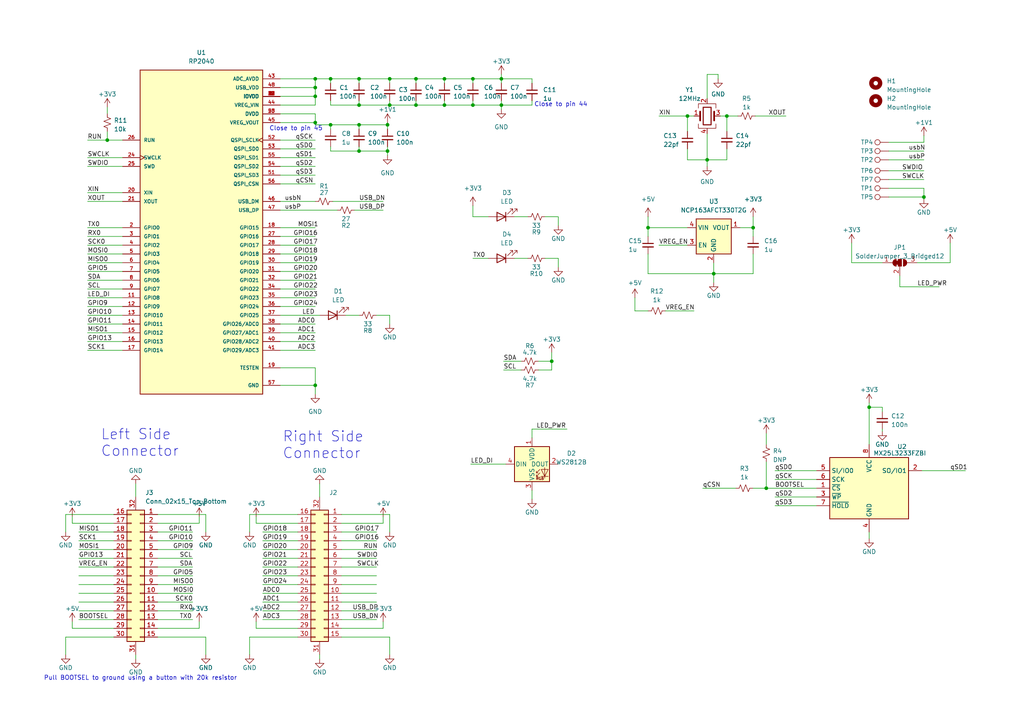
<source format=kicad_sch>
(kicad_sch (version 20231120) (generator "eeschema") (generator_version "8.0")
  (paper "A4")
  (lib_symbols
    (symbol "Connector:TestPoint" (pin_numbers hide) (pin_names (offset 0.762) hide)
      (property "Reference" "TP" (at 0 6.858 0))
      (property "Value" "TestPoint" (at 0 5.08 0))
      (symbol "TestPoint_1_1"
        (pin passive line (at 0 0 90) (length 2.54) (name "1") (number "1"))
      )
    )
    (symbol "Customs_Connectors:Conn_02x15_Top_Bottom" (pin_names (offset 1.016) hide)
      (property "Reference" "J" (at 2.54 20.32 0))
      (property "Value" "Conn_02x15_Top_Bottom" (at 1.27 -20.32 0))
      (symbol "Conn_02x15_Top_Bottom_1_1"
        (pin passive line (at 7.62 17.78 180) (length 3.81) (name "Pin_1") (number "1"))
        (pin passive line (at 7.62 -5.08 180) (length 3.81) (name "Pin_10") (number "10"))
        (pin passive line (at 7.62 -7.62 180) (length 3.81) (name "Pin_11") (number "11"))
        (pin passive line (at 7.62 -10.16 180) (length 3.81) (name "Pin_12") (number "12"))
        (pin passive line (at 7.62 -12.7 180) (length 3.81) (name "Pin_13") (number "13"))
        (pin passive line (at 7.62 -15.24 180) (length 3.81) (name "Pin_14") (number "14"))
        (pin passive line (at 7.62 -17.78 180) (length 3.81) (name "Pin_15") (number "15"))
        (pin passive line (at -5.08 17.78 0) (length 3.81) (name "Pin_16") (number "16"))
        (pin passive line (at -5.08 15.24 0) (length 3.81) (name "Pin_17") (number "17"))
        (pin passive line (at -5.08 12.7 0) (length 3.81) (name "Pin_18") (number "18"))
        (pin passive line (at -5.08 10.16 0) (length 3.81) (name "Pin_19") (number "19"))
        (pin passive line (at 7.62 15.24 180) (length 3.81) (name "Pin_2") (number "2"))
        (pin passive line (at -5.08 7.62 0) (length 3.81) (name "Pin_20") (number "20"))
        (pin passive line (at -5.08 5.08 0) (length 3.81) (name "Pin_21") (number "21"))
        (pin passive line (at -5.08 2.54 0) (length 3.81) (name "Pin_22") (number "22"))
        (pin passive line (at -5.08 0 0) (length 3.81) (name "Pin_23") (number "23"))
        (pin passive line (at -5.08 -2.54 0) (length 3.81) (name "Pin_24") (number "24"))
        (pin passive line (at -5.08 -5.08 0) (length 3.81) (name "Pin_25") (number "25"))
        (pin passive line (at -5.08 -7.62 0) (length 3.81) (name "Pin_26") (number "26"))
        (pin passive line (at -5.08 -10.16 0) (length 3.81) (name "Pin_27") (number "27"))
        (pin passive line (at -5.08 -12.7 0) (length 3.81) (name "Pin_28") (number "28"))
        (pin passive line (at -5.08 -15.24 0) (length 3.81) (name "Pin_29") (number "29"))
        (pin passive line (at 7.62 12.7 180) (length 3.81) (name "Pin_3") (number "3"))
        (pin passive line (at -5.08 -17.78 0) (length 3.81) (name "Pin_30") (number "30"))
        (pin passive line (at 1.27 -22.86 90) (length 3.81) (name "Pin_30") (number "31"))
        (pin passive line (at 1.27 22.86 270) (length 3.81) (name "Pin_30") (number "32"))
        (pin passive line (at 7.62 10.16 180) (length 3.81) (name "Pin_4") (number "4"))
        (pin passive line (at 7.62 7.62 180) (length 3.81) (name "Pin_5") (number "5"))
        (pin passive line (at 7.62 5.08 180) (length 3.81) (name "Pin_6") (number "6"))
        (pin passive line (at 7.62 2.54 180) (length 3.81) (name "Pin_7") (number "7"))
        (pin passive line (at 7.62 0 180) (length 3.81) (name "Pin_8") (number "8"))
        (pin passive line (at 7.62 -2.54 180) (length 3.81) (name "Pin_9") (number "9"))
      )
    )
    (symbol "Device:C_Small" (pin_numbers hide) (pin_names (offset 0.254) hide)
      (property "Reference" "C" (at 0.254 1.778 0))
      (property "Value" "C_Small" (at 0.254 -2.032 0))
      (symbol "C_Small_1_1"
        (pin passive line (at 0 2.54 270) (length 2.032) (name "~") (number "1"))
        (pin passive line (at 0 -2.54 90) (length 2.032) (name "~") (number "2"))
      )
    )
    (symbol "Device:Crystal_GND24" (pin_names (offset 1.016) hide)
      (property "Reference" "Y" (at 3.175 5.08 0))
      (property "Value" "Crystal_GND24" (at 3.175 3.175 0))
      (symbol "Crystal_GND24_1_1"
        (pin passive line (at -3.81 0 0) (length 1.27) (name "1") (number "1"))
        (pin passive line (at 0 5.08 270) (length 1.27) (name "2") (number "2"))
        (pin passive line (at 3.81 0 180) (length 1.27) (name "3") (number "3"))
        (pin passive line (at 0 -5.08 90) (length 1.27) (name "4") (number "4"))
      )
    )
    (symbol "Device:LED" (pin_numbers hide) (pin_names (offset 1.016) hide)
      (property "Reference" "D" (at 0 2.54 0))
      (property "Value" "LED" (at 0 -2.54 0))
      (symbol "LED_1_1"
        (pin passive line (at -3.81 0 0) (length 2.54) (name "K") (number "1"))
        (pin passive line (at 3.81 0 180) (length 2.54) (name "A") (number "2"))
      )
    )
    (symbol "Device:R_Small_US" (pin_numbers hide) (pin_names (offset 0.254) hide)
      (property "Reference" "R" (at 0.762 0.508 0))
      (property "Value" "R_Small_US" (at 0.762 -1.016 0))
      (symbol "R_Small_US_1_1"
        (pin passive line (at 0 2.54 270) (length 1.016) (name "~") (number "1"))
        (pin passive line (at 0 -2.54 90) (length 1.016) (name "~") (number "2"))
      )
    )
    (symbol "Jumper:SolderJumper_3_Bridged12" (pin_names (offset 0) hide)
      (property "Reference" "JP" (at -2.54 -2.54 0))
      (property "Value" "SolderJumper_3_Bridged12" (at 0 2.794 0))
      (symbol "SolderJumper_3_Bridged12_1_1"
        (pin passive line (at -5.08 0 0) (length 2.54) (name "A") (number "1"))
        (pin passive line (at 0 -3.81 90) (length 2.54) (name "C") (number "2"))
        (pin passive line (at 5.08 0 180) (length 2.54) (name "B") (number "3"))
      )
    )
    (symbol "LED:WS2812B" (pin_names (offset 0.254))
      (property "Reference" "D" (at 5.08 5.715 0))
      (property "Value" "WS2812B" (at 1.27 -5.715 0))
      (symbol "WS2812B_0_0"
        (text "RGB" (at 2.286 -4.191 0) (effects (font (size 0.762 0.762))))
      )
      (symbol "WS2812B_1_1"
        (pin power_in line (at 0 7.62 270) (length 2.54) (name "VDD") (number "1"))
        (pin output line (at 7.62 0 180) (length 2.54) (name "DOUT") (number "2"))
        (pin power_in line (at 0 -7.62 90) (length 2.54) (name "VSS") (number "3"))
        (pin input line (at -7.62 0 0) (length 2.54) (name "DIN") (number "4"))
      )
    )
    (symbol "Mechanical:MountingHole" (pin_names (offset 1.016))
      (property "Reference" "H" (at 0 5.08 0))
      (property "Value" "MountingHole" (at 0 3.175 0))
    )
    (symbol "Memory_Flash:AT25DF041x-UxN-x"
      (property "Reference" "U2" (at 9.525 12.065 0))
      (property "Value" "MX25L3233FZBI" (at 8.89 10.16 0))
      (symbol "AT25DF041x-UxN-x_1_1"
        (pin input line (at -15.24 0 0) (length 3.81) (name "~{CS}") (number "1"))
        (pin bidirectional line (at 15.24 5.08 180) (length 3.81) (name "SO/IO1") (number "2"))
        (pin bidirectional line (at -15.24 -2.54 0) (length 3.81) (name "~{WP}") (number "3"))
        (pin power_in line (at 0 -12.7 90) (length 3.81) (name "GND") (number "4"))
        (pin bidirectional line (at -15.24 5.08 0) (length 3.81) (name "SI/IO0") (number "5"))
        (pin input line (at -15.24 2.54 0) (length 3.81) (name "SCK") (number "6"))
        (pin bidirectional line (at -15.24 -5.08 0) (length 3.81) (name "~{HOLD}") (number "7"))
        (pin power_in line (at 0 12.7 270) (length 3.81) (name "VCC") (number "8"))
      )
    )
    (symbol "RP2040:RP2040" (pin_names (offset 1.016))
      (property "Reference" "U1" (at 0 53.34 0))
      (property "Value" "RP2040" (at 0 50.8 0))
      (symbol "RP2040_0_0"
        (pin power_in line (at 22.86 40.64 180) (length 5.08) (name "IOVDD") (number "1"))
        (pin power_in line (at 22.86 40.64 180) (length 5.08) (name "IOVDD") (number "10"))
        (pin bidirectional line (at -22.86 -17.78 0) (length 5.08) (name "GPIO8") (number "11"))
        (pin bidirectional line (at -22.86 -20.32 0) (length 5.08) (name "GPIO9") (number "12"))
        (pin bidirectional line (at -22.86 -22.86 0) (length 5.08) (name "GPIO10") (number "13"))
        (pin bidirectional line (at -22.86 -25.4 0) (length 5.08) (name "GPIO11") (number "14"))
        (pin bidirectional line (at -22.86 -27.94 0) (length 5.08) (name "GPIO12") (number "15"))
        (pin bidirectional line (at -22.86 -30.48 0) (length 5.08) (name "GPIO13") (number "16"))
        (pin bidirectional line (at -22.86 -33.02 0) (length 5.08) (name "GPIO14") (number "17"))
        (pin bidirectional line (at 22.86 2.54 180) (length 5.08) (name "GPIO15") (number "18"))
        (pin passive line (at 22.86 -38.1 180) (length 5.08) (name "TESTEN") (number "19"))
        (pin bidirectional line (at -22.86 2.54 0) (length 5.08) (name "GPIO0") (number "2"))
        (pin input line (at -22.86 12.7 0) (length 5.08) (name "XIN") (number "20"))
        (pin output line (at -22.86 10.16 0) (length 5.08) (name "XOUT") (number "21"))
        (pin power_in line (at 22.86 40.64 180) (length 5.08) (name "IOVDD") (number "22"))
        (pin power_in line (at 22.86 35.56 180) (length 5.08) (name "DVDD") (number "23"))
        (pin input clock (at -22.86 22.86 0) (length 5.08) (name "SWCLK") (number "24"))
        (pin bidirectional line (at -22.86 20.32 0) (length 5.08) (name "SWD") (number "25"))
        (pin input line (at -22.86 27.94 0) (length 5.08) (name "RUN") (number "26"))
        (pin bidirectional line (at 22.86 0 180) (length 5.08) (name "GPIO16") (number "27"))
        (pin bidirectional line (at 22.86 -2.54 180) (length 5.08) (name "GPIO17") (number "28"))
        (pin bidirectional line (at 22.86 -5.08 180) (length 5.08) (name "GPIO18") (number "29"))
        (pin bidirectional line (at -22.86 0 0) (length 5.08) (name "GPIO1") (number "3"))
        (pin bidirectional line (at 22.86 -7.62 180) (length 5.08) (name "GPIO19") (number "30"))
        (pin bidirectional line (at 22.86 -10.16 180) (length 5.08) (name "GPIO20") (number "31"))
        (pin bidirectional line (at 22.86 -12.7 180) (length 5.08) (name "GPIO21") (number "32"))
        (pin power_in line (at 22.86 40.64 180) (length 5.08) (name "IOVDD") (number "33"))
        (pin bidirectional line (at 22.86 -15.24 180) (length 5.08) (name "GPIO22") (number "34"))
        (pin bidirectional line (at 22.86 -17.78 180) (length 5.08) (name "GPIO23") (number "35"))
        (pin bidirectional line (at 22.86 -20.32 180) (length 5.08) (name "GPIO24") (number "36"))
        (pin bidirectional line (at 22.86 -22.86 180) (length 5.08) (name "GPIO25") (number "37"))
        (pin bidirectional line (at 22.86 -25.4 180) (length 5.08) (name "GPIO26/ADC0") (number "38"))
        (pin bidirectional line (at 22.86 -27.94 180) (length 5.08) (name "GPIO27/ADC1") (number "39"))
        (pin bidirectional line (at -22.86 -2.54 0) (length 5.08) (name "GPIO2") (number "4"))
        (pin bidirectional line (at 22.86 -30.48 180) (length 5.08) (name "GPIO28/ADC2") (number "40"))
        (pin bidirectional line (at 22.86 -33.02 180) (length 5.08) (name "GPIO29/ADC3") (number "41"))
        (pin power_in line (at 22.86 40.64 180) (length 5.08) (name "IOVDD") (number "42"))
        (pin power_in line (at 22.86 45.72 180) (length 5.08) (name "ADC_AVDD") (number "43"))
        (pin input line (at 22.86 38.1 180) (length 5.08) (name "VREG_VIN") (number "44"))
        (pin output line (at 22.86 33.02 180) (length 5.08) (name "VREG_VOUT") (number "45"))
        (pin bidirectional line (at 22.86 10.16 180) (length 5.08) (name "USB_DM") (number "46"))
        (pin bidirectional line (at 22.86 7.62 180) (length 5.08) (name "USB_DP") (number "47"))
        (pin power_in line (at 22.86 43.18 180) (length 5.08) (name "USB_VDD") (number "48"))
        (pin power_in line (at 22.86 40.64 180) (length 5.08) (name "IOVDD") (number "49"))
        (pin bidirectional line (at -22.86 -5.08 0) (length 5.08) (name "GPIO3") (number "5"))
        (pin power_in line (at 22.86 35.56 180) (length 5.08) (name "DVDD") (number "50"))
        (pin bidirectional line (at 22.86 17.78 180) (length 5.08) (name "QSPI_SD3") (number "51"))
        (pin bidirectional clock (at 22.86 27.94 180) (length 5.08) (name "QSPI_SCLK") (number "52"))
        (pin bidirectional line (at 22.86 25.4 180) (length 5.08) (name "QSPI_SD0") (number "53"))
        (pin bidirectional line (at 22.86 20.32 180) (length 5.08) (name "QSPI_SD2") (number "54"))
        (pin bidirectional line (at 22.86 22.86 180) (length 5.08) (name "QSPI_SD1") (number "55"))
        (pin bidirectional line (at 22.86 15.24 180) (length 5.08) (name "QSPI_CSN") (number "56"))
        (pin power_in line (at 22.86 -43.18 180) (length 5.08) (name "GND") (number "57"))
        (pin bidirectional line (at -22.86 -7.62 0) (length 5.08) (name "GPIO4") (number "6"))
        (pin bidirectional line (at -22.86 -10.16 0) (length 5.08) (name "GPIO5") (number "7"))
        (pin bidirectional line (at -22.86 -12.7 0) (length 5.08) (name "GPIO6") (number "8"))
        (pin bidirectional line (at -22.86 -15.24 0) (length 5.08) (name "GPIO7") (number "9"))
      )
    )
    (symbol "Regulator_Linear:NCP163AFCT330T2G"
      (property "Reference" "U3" (at 0 10.16 0))
      (property "Value" "NCP163AFCT330T2G" (at 0 7.62 0))
      (symbol "NCP163AFCT330T2G_1_1"
        (pin power_out line (at 7.62 2.54 180) (length 2.54) (name "VOUT") (number "1"))
        (pin power_in line (at 0 -7.62 90) (length 2.54) (name "GND") (number "2"))
        (pin input line (at -7.62 -2.54 0) (length 2.54) (name "EN") (number "3"))
        (pin power_in line (at -7.62 2.54 0) (length 2.54) (name "VIN") (number "4"))
      )
    )
    (symbol "power:+1V1" (power) (pin_names (offset 0))
      (property "Value" "+1V1" (at 0 3.556 0))
      (symbol "+1V1_1_1"
        (pin power_in line (at 0 0 90) (length 0) hide (name "+1V1") (number "1"))
      )
    )
    (symbol "power:+3.3V" (power) (pin_names (offset 0))
      (property "Value" "+3.3V" (at 0 3.556 0))
      (symbol "+3.3V_1_1"
        (pin power_in line (at 0 0 90) (length 0) hide (name "+3V3") (number "1"))
      )
    )
    (symbol "power:+5V" (power) (pin_names (offset 0))
      (property "Value" "+5V" (at 0 3.556 0))
      (symbol "+5V_1_1"
        (pin power_in line (at 0 0 90) (length 0) hide (name "+5V") (number "1"))
      )
    )
    (symbol "power:GND" (power) (pin_names (offset 0))
      (property "Value" "GND" (at 0 -3.81 0))
      (symbol "GND_1_1"
        (pin power_in line (at 0 0 270) (length 0) hide (name "GND") (number "1"))
      )
    )
  )
  (junction (at 91.44 25.4))
  (junction (at 218.44 66.04))
  (junction (at 210.82 33.655))
  (junction (at 145.415 22.86))
  (junction (at 113.03 22.86))
  (junction (at 104.14 22.86))
  (junction (at 31.115 40.64))
  (junction (at 187.96 66.04))
  (junction (at 137.16 30.48))
  (junction (at 207.01 79.375))
  (junction (at 104.14 36.195))
  (junction (at 145.415 30.48))
  (junction (at 91.44 111.76))
  (junction (at 91.44 35.56))
  (junction (at 112.395 36.195))
  (junction (at 112.395 43.815))
  (junction (at 128.905 22.86))
  (junction (at 95.885 22.86))
  (junction (at 267.97 57.15))
  (junction (at 137.16 22.86))
  (junction (at 160.02 104.775))
  (junction (at 91.44 27.94))
  (junction (at 222.25 141.605))
  (junction (at 205.105 46.355))
  (junction (at 91.44 22.86))
  (junction (at 113.03 30.48))
  (junction (at 120.65 30.48))
  (junction (at 199.39 33.655))
  (junction (at 128.905 30.48))
  (junction (at 95.885 36.195))
  (junction (at 120.65 22.86))
  (junction (at 104.14 30.48))
  (junction (at 252.095 118.11))
  (junction (at 104.14 43.815))
  (wire (pts (xy 112.395 36.195) (xy 104.14 36.195)))
  (wire (pts (xy 81.28 111.76) (xy 91.44 111.76)))
  (wire (pts (xy 255.905 124.46) (xy 255.905 125.095)))
  (wire (pts (xy 247.015 70.485) (xy 247.015 76.2)))
  (wire (pts (xy 224.79 144.145) (xy 236.855 144.145)))
  (wire (pts (xy 86.36 182.245) (xy 74.295 182.245)))
  (wire (pts (xy 99.06 177.165) (xy 109.22 177.165)))
  (wire (pts (xy 22.86 156.845) (xy 33.02 156.845)))
  (wire (pts (xy 218.44 141.605) (xy 222.25 141.605)))
  (wire (pts (xy 257.81 43.815) (xy 267.97 43.815)))
  (wire (pts (xy 81.28 40.64) (xy 91.44 40.64)))
  (wire (pts (xy 145.415 22.86) (xy 145.415 24.13)))
  (wire (pts (xy 91.44 33.02) (xy 91.44 35.56)))
  (wire (pts (xy 81.28 25.4) (xy 91.44 25.4)))
  (wire (pts (xy 45.72 179.705) (xy 55.88 179.705)))
  (wire (pts (xy 99.06 179.705) (xy 109.22 179.705)))
  (wire (pts (xy 214.63 66.04) (xy 218.44 66.04)))
  (wire (pts (xy 76.2 167.005) (xy 86.36 167.005)))
  (wire (pts (xy 39.37 189.865) (xy 39.37 191.135)))
  (wire (pts (xy 22.86 164.465) (xy 33.02 164.465)))
  (wire (pts (xy 81.28 66.04) (xy 91.44 66.04)))
  (wire (pts (xy 76.2 174.625) (xy 86.36 174.625)))
  (wire (pts (xy 112.395 37.465) (xy 112.395 36.195)))
  (wire (pts (xy 255.905 118.11) (xy 252.095 118.11)))
  (wire (pts (xy 91.44 111.76) (xy 91.44 114.3)))
  (wire (pts (xy 45.72 172.085) (xy 55.88 172.085)))
  (wire (pts (xy 25.4 66.04) (xy 35.56 66.04)))
  (wire (pts (xy 22.86 161.925) (xy 33.02 161.925)))
  (wire (pts (xy 81.28 33.02) (xy 91.44 33.02)))
  (wire (pts (xy 257.81 52.07) (xy 267.97 52.07)))
  (wire (pts (xy 33.02 184.785) (xy 19.05 184.785)))
  (wire (pts (xy 120.65 29.21) (xy 120.65 30.48)))
  (wire (pts (xy 128.905 30.48) (xy 120.65 30.48)))
  (wire (pts (xy 136.525 134.62) (xy 146.685 134.62)))
  (wire (pts (xy 187.96 66.04) (xy 199.39 66.04)))
  (wire (pts (xy 81.28 30.48) (xy 91.44 30.48)))
  (wire (pts (xy 205.105 46.355) (xy 210.82 46.355)))
  (wire (pts (xy 146.05 104.775) (xy 151.13 104.775)))
  (wire (pts (xy 96.52 58.42) (xy 111.125 58.42)))
  (wire (pts (xy 25.4 101.6) (xy 35.56 101.6)))
  (wire (pts (xy 260.985 80.01) (xy 260.985 83.185)))
  (wire (pts (xy 20.955 149.86) (xy 20.955 151.765)))
  (wire (pts (xy 257.81 57.15) (xy 267.97 57.15)))
  (wire (pts (xy 257.81 49.53) (xy 267.97 49.53)))
  (wire (pts (xy 76.2 172.085) (xy 86.36 172.085)))
  (wire (pts (xy 210.82 33.655) (xy 210.82 38.1)))
  (wire (pts (xy 35.56 83.82) (xy 25.4 83.82)))
  (wire (pts (xy 137.16 29.21) (xy 137.16 30.48)))
  (wire (pts (xy 99.06 167.005) (xy 109.22 167.005)))
  (wire (pts (xy 81.28 53.34) (xy 91.44 53.34)))
  (wire (pts (xy 104.14 36.195) (xy 104.14 37.465)))
  (wire (pts (xy 45.72 159.385) (xy 55.88 159.385)))
  (wire (pts (xy 81.28 93.98) (xy 91.44 93.98)))
  (wire (pts (xy 104.14 36.195) (xy 95.885 36.195)))
  (wire (pts (xy 113.03 184.785) (xy 99.06 184.785)))
  (wire (pts (xy 158.115 62.865) (xy 161.925 62.865)))
  (wire (pts (xy 22.86 154.305) (xy 33.02 154.305)))
  (wire (pts (xy 95.885 36.195) (xy 91.44 36.195)))
  (wire (pts (xy 92.71 189.865) (xy 92.71 191.135)))
  (wire (pts (xy 141.605 62.865) (xy 137.16 62.865)))
  (wire (pts (xy 19.05 149.225) (xy 19.05 154.305)))
  (wire (pts (xy 208.915 33.655) (xy 210.82 33.655)))
  (wire (pts (xy 91.44 36.195) (xy 91.44 35.56)))
  (wire (pts (xy 81.28 73.66) (xy 91.44 73.66)))
  (wire (pts (xy 95.885 43.815) (xy 104.14 43.815)))
  (wire (pts (xy 81.28 71.12) (xy 91.44 71.12)))
  (wire (pts (xy 267.97 54.61) (xy 267.97 57.15)))
  (wire (pts (xy 81.28 50.8) (xy 91.44 50.8)))
  (wire (pts (xy 184.15 90.17) (xy 187.96 90.17)))
  (wire (pts (xy 149.225 74.93) (xy 153.035 74.93)))
  (wire (pts (xy 76.2 164.465) (xy 86.36 164.465)))
  (wire (pts (xy 81.28 88.9) (xy 91.44 88.9)))
  (wire (pts (xy 113.03 184.785) (xy 113.03 189.865)))
  (wire (pts (xy 267.97 57.15) (xy 267.97 57.785)))
  (wire (pts (xy 137.16 59.69) (xy 137.16 62.865)))
  (wire (pts (xy 137.16 30.48) (xy 128.905 30.48)))
  (wire (pts (xy 59.69 149.225) (xy 59.69 154.305)))
  (wire (pts (xy 160.02 107.315) (xy 156.21 107.315)))
  (wire (pts (xy 104.14 22.86) (xy 104.14 24.13)))
  (wire (pts (xy 113.03 22.86) (xy 120.65 22.86)))
  (wire (pts (xy 128.905 22.86) (xy 128.905 24.13)))
  (wire (pts (xy 81.28 45.72) (xy 91.44 45.72)))
  (wire (pts (xy 112.395 35.56) (xy 112.395 36.195)))
  (wire (pts (xy 76.2 179.705) (xy 86.36 179.705)))
  (wire (pts (xy 22.86 169.545) (xy 33.02 169.545)))
  (wire (pts (xy 99.06 172.085) (xy 109.22 172.085)))
  (wire (pts (xy 19.05 184.785) (xy 19.05 189.865)))
  (wire (pts (xy 218.44 62.865) (xy 218.44 66.04)))
  (wire (pts (xy 255.905 76.2) (xy 247.015 76.2)))
  (wire (pts (xy 76.2 177.165) (xy 86.36 177.165)))
  (wire (pts (xy 160.02 104.775) (xy 160.02 107.315)))
  (wire (pts (xy 257.81 54.61) (xy 267.97 54.61)))
  (wire (pts (xy 145.415 30.48) (xy 154.305 30.48)))
  (wire (pts (xy 19.05 149.225) (xy 33.02 149.225)))
  (wire (pts (xy 81.28 60.96) (xy 97.79 60.96)))
  (wire (pts (xy 45.72 154.305) (xy 55.88 154.305)))
  (wire (pts (xy 104.14 30.48) (xy 113.03 30.48)))
  (wire (pts (xy 25.4 81.28) (xy 35.56 81.28)))
  (wire (pts (xy 145.415 21.59) (xy 145.415 22.86)))
  (wire (pts (xy 111.125 149.86) (xy 111.125 151.765)))
  (wire (pts (xy 99.06 154.305) (xy 109.22 154.305)))
  (wire (pts (xy 72.39 149.225) (xy 72.39 154.305)))
  (wire (pts (xy 154.305 29.21) (xy 154.305 30.48)))
  (wire (pts (xy 99.06 161.925) (xy 109.22 161.925)))
  (wire (pts (xy 207.01 79.375) (xy 187.96 79.375)))
  (wire (pts (xy 91.44 22.86) (xy 95.885 22.86)))
  (wire (pts (xy 193.04 90.17) (xy 201.295 90.17)))
  (wire (pts (xy 81.28 76.2) (xy 91.44 76.2)))
  (wire (pts (xy 205.105 38.735) (xy 205.105 46.355)))
  (wire (pts (xy 81.28 106.68) (xy 91.44 106.68)))
  (wire (pts (xy 113.03 91.44) (xy 113.03 93.98)))
  (wire (pts (xy 156.21 104.775) (xy 160.02 104.775)))
  (wire (pts (xy 25.4 96.52) (xy 35.56 96.52)))
  (wire (pts (xy 137.16 22.86) (xy 145.415 22.86)))
  (wire (pts (xy 137.16 30.48) (xy 145.415 30.48)))
  (wire (pts (xy 81.28 78.74) (xy 91.44 78.74)))
  (wire (pts (xy 81.28 101.6) (xy 91.44 101.6)))
  (wire (pts (xy 20.955 180.34) (xy 20.955 182.245)))
  (wire (pts (xy 72.39 149.225) (xy 86.36 149.225)))
  (wire (pts (xy 76.2 154.305) (xy 86.36 154.305)))
  (wire (pts (xy 74.295 180.34) (xy 74.295 182.245)))
  (wire (pts (xy 81.28 91.44) (xy 92.71 91.44)))
  (wire (pts (xy 81.28 83.82) (xy 91.44 83.82)))
  (wire (pts (xy 207.01 79.375) (xy 207.01 81.915)))
  (wire (pts (xy 99.06 151.765) (xy 111.125 151.765)))
  (wire (pts (xy 128.905 29.21) (xy 128.905 30.48)))
  (wire (pts (xy 99.06 156.845) (xy 109.22 156.845)))
  (wire (pts (xy 205.105 46.355) (xy 205.105 48.26)))
  (wire (pts (xy 99.06 169.545) (xy 109.22 169.545)))
  (wire (pts (xy 95.885 22.86) (xy 104.14 22.86)))
  (wire (pts (xy 76.2 156.845) (xy 86.36 156.845)))
  (wire (pts (xy 72.39 184.785) (xy 72.39 189.865)))
  (wire (pts (xy 154.305 124.46) (xy 154.305 127)))
  (wire (pts (xy 111.125 180.34) (xy 111.125 182.245)))
  (wire (pts (xy 141.605 74.93) (xy 137.16 74.93)))
  (wire (pts (xy 45.72 177.165) (xy 55.88 177.165)))
  (wire (pts (xy 267.335 136.525) (xy 280.035 136.525)))
  (wire (pts (xy 25.4 86.36) (xy 35.56 86.36)))
  (wire (pts (xy 111.125 182.245) (xy 99.06 182.245)))
  (wire (pts (xy 81.28 68.58) (xy 91.44 68.58)))
  (wire (pts (xy 91.44 27.94) (xy 91.44 30.48)))
  (wire (pts (xy 81.28 35.56) (xy 91.44 35.56)))
  (wire (pts (xy 95.885 42.545) (xy 95.885 43.815)))
  (wire (pts (xy 91.44 22.86) (xy 91.44 25.4)))
  (wire (pts (xy 95.885 22.86) (xy 95.885 24.13)))
  (wire (pts (xy 137.16 22.86) (xy 137.16 24.13)))
  (wire (pts (xy 76.2 161.925) (xy 86.36 161.925)))
  (wire (pts (xy 95.885 29.21) (xy 95.885 30.48)))
  (wire (pts (xy 120.65 22.86) (xy 128.905 22.86)))
  (wire (pts (xy 25.4 73.66) (xy 35.56 73.66)))
  (wire (pts (xy 184.15 86.36) (xy 184.15 90.17)))
  (wire (pts (xy 22.86 172.085) (xy 33.02 172.085)))
  (wire (pts (xy 45.72 164.465) (xy 55.88 164.465)))
  (wire (pts (xy 22.86 159.385) (xy 33.02 159.385)))
  (wire (pts (xy 22.86 179.705) (xy 33.02 179.705)))
  (wire (pts (xy 74.295 149.86) (xy 74.295 151.765)))
  (wire (pts (xy 45.72 161.925) (xy 55.88 161.925)))
  (wire (pts (xy 149.225 62.865) (xy 153.035 62.865)))
  (wire (pts (xy 92.71 140.335) (xy 92.71 144.145)))
  (wire (pts (xy 260.985 83.185) (xy 272.415 83.185)))
  (wire (pts (xy 81.28 86.36) (xy 91.44 86.36)))
  (wire (pts (xy 76.2 169.545) (xy 86.36 169.545)))
  (wire (pts (xy 199.39 46.355) (xy 205.105 46.355)))
  (wire (pts (xy 39.37 140.335) (xy 39.37 144.145)))
  (wire (pts (xy 257.81 46.355) (xy 267.97 46.355)))
  (wire (pts (xy 207.01 76.2) (xy 207.01 79.375)))
  (wire (pts (xy 74.295 151.765) (xy 86.36 151.765)))
  (wire (pts (xy 128.905 22.86) (xy 137.16 22.86)))
  (wire (pts (xy 25.4 93.98) (xy 35.56 93.98)))
  (wire (pts (xy 25.4 45.72) (xy 35.56 45.72)))
  (wire (pts (xy 25.4 88.9) (xy 35.56 88.9)))
  (wire (pts (xy 57.785 182.245) (xy 45.72 182.245)))
  (wire (pts (xy 59.69 184.785) (xy 45.72 184.785)))
  (wire (pts (xy 81.28 48.26) (xy 91.44 48.26)))
  (wire (pts (xy 104.14 22.86) (xy 113.03 22.86)))
  (wire (pts (xy 33.02 182.245) (xy 20.955 182.245)))
  (wire (pts (xy 25.4 78.74) (xy 35.56 78.74)))
  (wire (pts (xy 81.28 22.86) (xy 91.44 22.86)))
  (wire (pts (xy 104.14 30.48) (xy 95.885 30.48)))
  (wire (pts (xy 95.885 37.465) (xy 95.885 36.195)))
  (wire (pts (xy 45.72 167.005) (xy 55.88 167.005)))
  (wire (pts (xy 154.305 124.46) (xy 164.465 124.46)))
  (wire (pts (xy 218.44 73.66) (xy 218.44 79.375)))
  (wire (pts (xy 104.14 29.21) (xy 104.14 30.48)))
  (wire (pts (xy 210.82 33.655) (xy 213.995 33.655)))
  (wire (pts (xy 59.69 184.785) (xy 59.69 189.865)))
  (wire (pts (xy 45.72 156.845) (xy 55.88 156.845)))
  (wire (pts (xy 210.82 43.18) (xy 210.82 46.355)))
  (wire (pts (xy 146.05 107.315) (xy 151.13 107.315)))
  (wire (pts (xy 267.97 39.37) (xy 267.97 41.275)))
  (wire (pts (xy 57.785 149.86) (xy 57.785 151.765)))
  (wire (pts (xy 99.06 164.465) (xy 109.22 164.465)))
  (wire (pts (xy 45.72 149.225) (xy 59.69 149.225)))
  (wire (pts (xy 218.44 66.04) (xy 218.44 68.58)))
  (wire (pts (xy 191.135 33.655) (xy 199.39 33.655)))
  (wire (pts (xy 45.72 151.765) (xy 57.785 151.765)))
  (wire (pts (xy 22.86 177.165) (xy 33.02 177.165)))
  (wire (pts (xy 102.87 60.96) (xy 111.125 60.96)))
  (wire (pts (xy 205.105 21.59) (xy 208.28 21.59)))
  (wire (pts (xy 76.2 159.385) (xy 86.36 159.385)))
  (wire (pts (xy 113.03 24.13) (xy 113.03 22.86)))
  (wire (pts (xy 222.25 141.605) (xy 236.855 141.605)))
  (wire (pts (xy 31.115 38.1) (xy 31.115 40.64)))
  (wire (pts (xy 199.39 33.655) (xy 199.39 38.1)))
  (wire (pts (xy 81.28 81.28) (xy 91.44 81.28)))
  (wire (pts (xy 25.4 71.12) (xy 35.56 71.12)))
  (wire (pts (xy 31.115 31.115) (xy 31.115 33.02)))
  (wire (pts (xy 187.96 66.04) (xy 187.96 68.58)))
  (wire (pts (xy 252.095 116.84) (xy 252.095 118.11)))
  (wire (pts (xy 104.14 43.815) (xy 112.395 43.815)))
  (wire (pts (xy 45.72 174.625) (xy 55.88 174.625)))
  (wire (pts (xy 160.02 102.235) (xy 160.02 104.775)))
  (wire (pts (xy 57.785 180.34) (xy 57.785 182.245)))
  (wire (pts (xy 81.28 43.18) (xy 91.44 43.18)))
  (wire (pts (xy 275.59 70.485) (xy 275.59 76.2)))
  (wire (pts (xy 100.33 91.44) (xy 104.14 91.44)))
  (wire (pts (xy 222.25 125.73) (xy 222.25 128.905)))
  (wire (pts (xy 208.28 21.59) (xy 208.28 22.86)))
  (wire (pts (xy 104.14 42.545) (xy 104.14 43.815)))
  (wire (pts (xy 112.395 43.815) (xy 112.395 45.085)))
  (wire (pts (xy 224.79 146.685) (xy 236.855 146.685)))
  (wire (pts (xy 81.28 96.52) (xy 91.44 96.52)))
  (wire (pts (xy 113.03 29.21) (xy 113.03 30.48)))
  (wire (pts (xy 154.305 142.24) (xy 154.305 144.78)))
  (wire (pts (xy 20.955 151.765) (xy 33.02 151.765)))
  (wire (pts (xy 191.135 71.12) (xy 199.39 71.12)))
  (wire (pts (xy 252.095 118.11) (xy 252.095 128.905)))
  (wire (pts (xy 187.96 62.865) (xy 187.96 66.04)))
  (wire (pts (xy 109.22 91.44) (xy 113.03 91.44)))
  (wire (pts (xy 203.835 141.605) (xy 213.36 141.605)))
  (wire (pts (xy 145.415 22.86) (xy 154.305 22.86)))
  (wire (pts (xy 199.39 43.18) (xy 199.39 46.355)))
  (wire (pts (xy 91.44 25.4) (xy 91.44 27.94)))
  (wire (pts (xy 99.06 159.385) (xy 109.22 159.385)))
  (wire (pts (xy 25.4 68.58) (xy 35.56 68.58)))
  (wire (pts (xy 222.25 133.985) (xy 222.25 141.605)))
  (wire (pts (xy 25.4 48.26) (xy 35.56 48.26)))
  (wire (pts (xy 257.81 41.275) (xy 267.97 41.275)))
  (wire (pts (xy 255.905 119.38) (xy 255.905 118.11)))
  (wire (pts (xy 154.305 22.86) (xy 154.305 24.13)))
  (wire (pts (xy 145.415 29.21) (xy 145.415 30.48)))
  (wire (pts (xy 25.4 58.42) (xy 35.56 58.42)))
  (wire (pts (xy 224.79 139.065) (xy 236.855 139.065)))
  (wire (pts (xy 161.925 74.93) (xy 161.925 77.47)))
  (wire (pts (xy 207.01 79.375) (xy 218.44 79.375)))
  (wire (pts (xy 158.115 74.93) (xy 161.925 74.93)))
  (wire (pts (xy 25.4 55.88) (xy 35.56 55.88)))
  (wire (pts (xy 81.28 27.94) (xy 91.44 27.94)))
  (wire (pts (xy 113.03 149.225) (xy 113.03 154.305)))
  (wire (pts (xy 120.65 22.86) (xy 120.65 24.13)))
  (wire (pts (xy 25.4 76.2) (xy 35.56 76.2)))
  (wire (pts (xy 25.4 40.64) (xy 31.115 40.64)))
  (wire (pts (xy 22.86 167.005) (xy 33.02 167.005)))
  (wire (pts (xy 22.86 174.625) (xy 33.02 174.625)))
  (wire (pts (xy 266.065 76.2) (xy 275.59 76.2)))
  (wire (pts (xy 219.075 33.655) (xy 227.965 33.655)))
  (wire (pts (xy 25.4 91.44) (xy 35.56 91.44)))
  (wire (pts (xy 81.28 99.06) (xy 91.44 99.06)))
  (wire (pts (xy 187.96 79.375) (xy 187.96 73.66)))
  (wire (pts (xy 99.06 149.225) (xy 113.03 149.225)))
  (wire (pts (xy 91.44 106.68) (xy 91.44 111.76)))
  (wire (pts (xy 86.36 184.785) (xy 72.39 184.785)))
  (wire (pts (xy 205.105 28.575) (xy 205.105 21.59)))
  (wire (pts (xy 99.06 174.625) (xy 109.22 174.625)))
  (wire (pts (xy 31.115 40.64) (xy 35.56 40.64)))
  (wire (pts (xy 112.395 42.545) (xy 112.395 43.815)))
  (wire (pts (xy 201.295 33.655) (xy 199.39 33.655)))
  (wire (pts (xy 45.72 169.545) (xy 55.88 169.545)))
  (wire (pts (xy 25.4 99.06) (xy 35.56 99.06)))
  (wire (pts (xy 81.28 58.42) (xy 91.44 58.42)))
  (wire (pts (xy 252.095 154.305) (xy 252.095 156.21)))
  (wire (pts (xy 224.79 136.525) (xy 236.855 136.525)))
  (wire (pts (xy 113.03 30.48) (xy 120.65 30.48)))
  (wire (pts (xy 145.415 30.48) (xy 145.415 31.75)))
  (wire (pts (xy 161.925 62.865) (xy 161.925 65.405)))
  (text "Close to pin 45\n" (at 78.105 38.1 0) (effects (font (size 1.27 1.27)) (justify left bottom)))
  (text "Left Side\nConnector" (at 29.21 132.715 0) (effects (font (size 3 3)) (justify left bottom)))
  (text "Close to pin 44" (at 154.94 31.115 0) (effects (font (size 1.27 1.27)) (justify left bottom)))
  (text "Right Side\nConnector" (at 81.915 133.35 0) (effects (font (size 3 3)) (justify left bottom)))
  (text "Pull BOOTSEL to ground using a button with 20k resistor\n" (at 12.7 197.485 0) (effects (font (size 1.27 1.27)) (justify left bottom)))
  (label "GPIO19" (at 85.09 76.2 0))
  (label "SWCLK" (at 261.62 52.07 0))
  (label "ADC1" (at 86.36 96.52 0))
  (label "SCK0" (at 50.8 174.625 0))
  (label "GPIO22" (at 76.2 164.465 0))
  (label "MOSI0" (at 50.165 172.085 0))
  (label "GPIO9" (at 25.4 88.9 0))
  (label "qSD2" (at 224.79 144.145 0))
  (label "SCL" (at 52.07 161.925 0))
  (label "qSD2" (at 85.725 48.26 0))
  (label "GPIO17" (at 85.09 71.12 0))
  (label "MISO0" (at 50.165 169.545 0))
  (label "GPIO5" (at 25.4 78.74 0))
  (label "USB_DP" (at 102.235 177.165 0))
  (label "GPIO10" (at 48.895 156.845 0))
  (label "usbN" (at 263.525 43.815 0))
  (label "qSCK" (at 85.725 40.64 0))
  (label "qCSN" (at 85.725 53.34 0))
  (label "VREG_EN" (at 22.86 164.465 0))
  (label "qSD1" (at 85.725 45.72 0))
  (label "SWCLK" (at 103.505 164.465 0))
  (label "SCL" (at 25.4 83.82 0))
  (label "GPIO19" (at 76.2 156.845 0))
  (label "SDA" (at 25.4 81.28 0))
  (label "GPIO5" (at 50.165 167.005 0))
  (label "usbP" (at 263.525 46.355 0))
  (label "GPIO11" (at 25.4 93.98 0))
  (label "SWCLK" (at 25.4 45.72 0))
  (label "SWDIO" (at 25.4 48.26 0))
  (label "GPIO24" (at 76.2 169.545 0))
  (label "GPIO23" (at 76.2 167.005 0))
  (label "TX0" (at 52.07 179.705 0))
  (label "XOUT" (at 25.4 58.42 0))
  (label "MISO0" (at 25.4 76.2 0))
  (label "GPIO17" (at 102.87 154.305 0))
  (label "ADC2" (at 76.2 177.165 0))
  (label "GPIO13" (at 22.86 161.925 0))
  (label "qSCK" (at 224.79 139.065 0))
  (label "SCK0" (at 25.4 71.12 0))
  (label "BOOTSEL" (at 22.86 179.705 0))
  (label "usbN" (at 82.55 58.42 0))
  (label "GPIO21" (at 76.2 161.925 0))
  (label "XIN" (at 191.135 33.655 0))
  (label "SCK1" (at 25.4 101.6 0))
  (label "usbP" (at 82.55 60.96 0))
  (label "GPIO18" (at 76.2 154.305 0))
  (label "VREG_EN" (at 191.135 71.12 0))
  (label "LED_PWR" (at 266.065 83.185 0))
  (label "SDA" (at 146.05 104.775 0))
  (label "ADC2" (at 86.36 99.06 0))
  (label "SDA" (at 52.07 164.465 0))
  (label "MISO1" (at 25.4 96.52 0))
  (label "qSD1" (at 275.59 136.525 0))
  (label "GPIO16" (at 102.87 156.845 0))
  (label "USB_DN" (at 104.14 58.42 0))
  (label "qSD3" (at 224.79 146.685 0))
  (label "SWDIO" (at 103.505 161.925 0))
  (label "qCSN" (at 203.835 141.605 0))
  (label "GPIO20" (at 76.2 159.385 0))
  (label "GPIO11" (at 48.895 154.305 0))
  (label "MOSI1" (at 86.36 66.04 0))
  (label "LED_DI" (at 136.525 134.62 0))
  (label "qSD0" (at 224.79 136.525 0))
  (label "XOUT" (at 222.885 33.655 0))
  (label "RUN" (at 25.4 40.64 0))
  (label "MOSI1" (at 22.86 159.385 0))
  (label "BOOTSEL" (at 224.79 141.605 0))
  (label "MOSI0" (at 25.4 73.66 0))
  (label "GPIO16" (at 85.09 68.58 0))
  (label "GPIO22" (at 85.09 83.82 0))
  (label "TX0" (at 25.4 66.04 0))
  (label "ADC3" (at 76.2 179.705 0))
  (label "GPIO9" (at 50.165 159.385 0))
  (label "MISO1" (at 22.86 154.305 0))
  (label "USB_DN" (at 102.235 179.705 0))
  (label "SCK1" (at 22.86 156.845 0))
  (label "RX0" (at 52.07 177.165 0))
  (label "qSD3" (at 85.725 50.8 0))
  (label "GPIO23" (at 85.09 86.36 0))
  (label "ADC0" (at 86.36 93.98 0))
  (label "GPIO10" (at 25.4 91.44 0))
  (label "RX0" (at 25.4 68.58 0))
  (label "ADC0" (at 76.2 172.085 0))
  (label "USB_DP" (at 104.14 60.96 0))
  (label "GPIO18" (at 85.09 73.66 0))
  (label "ADC1" (at 76.2 174.625 0))
  (label "SCL" (at 146.05 107.315 0))
  (label "RUN" (at 105.41 159.385 0))
  (label "SWDIO" (at 261.62 49.53 0))
  (label "GPIO24" (at 85.09 88.9 0))
  (label "LED_PWR" (at 155.575 124.46 0))
  (label "VREG_EN" (at 193.04 90.17 0))
  (label "GPIO13" (at 25.4 99.06 0))
  (label "XIN" (at 25.4 55.88 0))
  (label "ADC3" (at 86.36 101.6 0))
  (label "LED_DI" (at 25.4 86.36 0))
  (label "qSD0" (at 85.725 43.18 0))
  (label "GPIO20" (at 85.09 78.74 0))
  (label "LED" (at 87.63 91.44 0))
  (label "GPIO21" (at 85.09 81.28 0))
  (label "TX0" (at 137.16 74.93 0))
  (symbol (lib_id "Device:C_Small") (at 210.82 40.64 0) (unit 1)
    (property "Reference" "C14" (at 213.36 39.3762 0) (effects (justify left)))
    (property "Value" "22pf" (at 213.36 41.9162 0) (effects (justify left)))
    (property "Footprint" "Capacitor_SMD:C_0603_1608Metric" (effects (hide yes)))
  )
  (symbol (lib_id "power:+3.3V") (at 31.115 31.115 0) (unit 1)
    (property "Reference" "#PWR045" (effects (hide yes)))
    (property "Value" "+3V3" (at 31.115 27.305 0))
  )
  (symbol (lib_id "power:GND") (at 92.71 191.135 0) (unit 1)
    (property "Reference" "#PWR018" (effects (hide yes)))
    (property "Value" "GND" (at 92.71 194.945 0))
  )
  (symbol (lib_id "Device:C_Small") (at 145.415 26.67 0) (unit 1)
    (property "Reference" "C7" (at 147.955 25.4062 0) (effects (justify left)))
    (property "Value" "100n" (at 147.955 27.9462 0) (effects (justify left)))
    (property "Footprint" "Capacitor_SMD:C_0603_1608Metric" (effects (hide yes)))
  )
  (symbol (lib_id "power:+3.3V") (at 252.095 116.84 0) (unit 1)
    (property "Reference" "#PWR08" (effects (hide yes)))
    (property "Value" "+3V3" (at 252.095 113.03 0))
  )
  (symbol (lib_id "LED:WS2812B") (at 154.305 134.62 0) (unit 1)
    (property "Reference" "D2" (at 165.735 131.4959 0))
    (property "Value" "WS2812B" (at 165.735 134.0359 0))
    (property "Footprint" "Customs_LED:LED_WS2812B_PLCC4_2.0x2.0mm_P0.4mm" (effects (hide yes)))
    (property "Datasheet" "https://cdn-shop.adafruit.com/datasheets/WS2812B.pdf" (effects (hide yes)))
  )
  (symbol (lib_id "power:+3.3V") (at 160.02 102.235 0) (unit 1)
    (property "Reference" "#PWR030" (effects (hide yes)))
    (property "Value" "+3V3" (at 160.02 98.425 0))
  )
  (symbol (lib_id "power:+3.3V") (at 111.125 180.34 0) (mirror y) (unit 1)
    (property "Reference" "#PWR035" (effects (hide yes)))
    (property "Value" "+3V3" (at 111.125 176.53 0))
  )
  (symbol (lib_id "Device:C_Small") (at 154.305 26.67 0) (unit 1)
    (property "Reference" "C11" (at 157.48 26.0413 0) (effects (justify left)))
    (property "Value" "1u" (at 157.48 28.5813 0) (effects (justify left)))
    (property "Footprint" "Capacitor_SMD:C_0603_1608Metric" (effects (hide yes)))
  )
  (symbol (lib_id "power:GND") (at 267.97 57.785 0) (unit 1)
    (property "Reference" "#PWR044" (effects (hide yes)))
    (property "Value" "GND" (at 267.97 61.595 0))
  )
  (symbol (lib_id "power:GND") (at 113.03 154.305 0) (unit 1)
    (property "Reference" "#PWR038" (effects (hide yes)))
    (property "Value" "GND" (at 113.03 158.115 0))
  )
  (symbol (lib_id "power:+5V") (at 184.15 86.36 0) (unit 1)
    (property "Reference" "#PWR046" (effects (hide yes)))
    (property "Value" "+5V" (at 184.15 82.042 0))
  )
  (symbol (lib_id "power:GND") (at 112.395 45.085 0) (unit 1)
    (property "Reference" "#PWR06" (effects (hide yes)))
    (property "Value" "GND" (at 112.395 50.165 0))
  )
  (symbol (lib_id "Device:R_Small_US") (at 153.67 107.315 90) (unit 1)
    (property "Reference" "R7" (at 153.67 111.76 90))
    (property "Value" "4.7k" (at 153.67 109.855 90))
    (property "Footprint" "Resistor_SMD:R_0603_1608Metric" (effects (hide yes)))
  )
  (symbol (lib_id "Device:C_Small") (at 128.905 26.67 0) (unit 1)
    (property "Reference" "C5" (at 131.445 25.4062 0) (effects (justify left)))
    (property "Value" "100n" (at 131.445 27.9462 0) (effects (justify left)))
    (property "Footprint" "Capacitor_SMD:C_0603_1608Metric" (effects (hide yes)))
  )
  (symbol (lib_id "power:GND") (at 113.03 189.865 0) (mirror y) (unit 1)
    (property "Reference" "#PWR036" (effects (hide yes)))
    (property "Value" "GND" (at 113.03 193.675 0))
  )
  (symbol (lib_id "Connector:TestPoint") (at 257.81 46.355 90) (unit 1)
    (property "Reference" "TP2" (at 251.46 46.355 90))
    (property "Value" "TestPoint" (effects (hide yes)))
    (property "Footprint" "TestPoint:TestPoint_Pad_D1.0mm" (effects (hide yes)))
  )
  (symbol (lib_id "power:GND") (at 208.28 22.86 0) (unit 1)
    (property "Reference" "#PWR015" (effects (hide yes)))
    (property "Value" "GND" (at 208.28 27.305 0))
  )
  (symbol (lib_id "Device:R_Small_US") (at 106.68 91.44 90) (unit 1)
    (property "Reference" "R8" (at 106.68 95.885 90))
    (property "Value" "33" (at 106.68 93.98 90))
    (property "Footprint" "Resistor_SMD:R_0402_1005Metric" (effects (hide yes)))
  )
  (symbol (lib_id "power:GND") (at 145.415 31.75 0) (unit 1)
    (property "Reference" "#PWR03" (effects (hide yes)))
    (property "Value" "GND" (at 145.415 36.83 0))
  )
  (symbol (lib_id "power:+3.3V") (at 57.785 180.34 0) (mirror y) (unit 1)
    (property "Reference" "#PWR029" (effects (hide yes)))
    (property "Value" "+3V3" (at 57.785 176.53 0))
  )
  (symbol (lib_id "Connector:TestPoint") (at 257.81 49.53 90) (unit 1)
    (property "Reference" "TP6" (at 251.46 49.53 90))
    (property "Value" "TestPoint" (effects (hide yes)))
    (property "Footprint" "TestPoint:TestPoint_Pad_D1.0mm" (effects (hide yes)))
  )
  (symbol (lib_id "Device:C_Small") (at 255.905 121.92 0) (unit 1)
    (property "Reference" "C12" (at 258.445 120.6562 0) (effects (justify left)))
    (property "Value" "100n" (at 258.445 123.1962 0) (effects (justify left)))
    (property "Footprint" "Capacitor_SMD:C_0603_1608Metric" (effects (hide yes)))
  )
  (symbol (lib_id "power:+3.3V") (at 74.295 149.86 0) (unit 1)
    (property "Reference" "#PWR025" (effects (hide yes)))
    (property "Value" "+3V3" (at 74.295 146.05 0))
  )
  (symbol (lib_id "power:GND") (at 72.39 189.865 0) (mirror y) (unit 1)
    (property "Reference" "#PWR026" (effects (hide yes)))
    (property "Value" "GND" (at 72.39 193.675 0))
  )
  (symbol (lib_id "power:+1V1") (at 112.395 35.56 0) (unit 1)
    (property "Reference" "#PWR042" (effects (hide yes)))
    (property "Value" "+1V1" (at 112.395 31.75 0))
  )
  (symbol (lib_id "power:+3.3V") (at 137.16 59.69 0) (unit 1)
    (property "Reference" "#PWR05" (effects (hide yes)))
    (property "Value" "+3V3" (at 137.16 54.61 0))
  )
  (symbol (lib_id "power:GND") (at 39.37 191.135 0) (unit 1)
    (property "Reference" "#PWR019" (effects (hide yes)))
    (property "Value" "GND" (at 39.37 194.945 0))
  )
  (symbol (lib_id "power:+3.3V") (at 20.955 149.86 0) (unit 1)
    (property "Reference" "#PWR023" (effects (hide yes)))
    (property "Value" "+3V3" (at 20.955 146.05 0))
  )
  (symbol (lib_id "power:+3.3V") (at 145.415 21.59 0) (unit 1)
    (property "Reference" "#PWR02" (effects (hide yes)))
    (property "Value" "+3V3" (at 145.415 17.78 0))
  )
  (symbol (lib_id "power:+5V") (at 275.59 70.485 0) (unit 1)
    (property "Reference" "#PWR041" (effects (hide yes)))
    (property "Value" "+5V" (at 275.59 66.675 0))
  )
  (symbol (lib_id "power:GND") (at 113.03 93.98 0) (unit 1)
    (property "Reference" "#PWR017" (effects (hide yes)))
    (property "Value" "GND" (at 113.03 97.79 0))
  )
  (symbol (lib_id "Connector:TestPoint") (at 257.81 52.07 90) (unit 1)
    (property "Reference" "TP7" (at 251.46 52.07 90))
    (property "Value" "TestPoint" (effects (hide yes)))
    (property "Footprint" "TestPoint:TestPoint_Pad_D1.0mm" (effects (hide yes)))
  )
  (symbol (lib_id "Device:C_Small") (at 218.44 71.12 0) (unit 1)
    (property "Reference" "C16" (at 221.615 69.8562 0) (effects (justify left)))
    (property "Value" "1u" (at 221.615 72.3962 0) (effects (justify left)))
    (property "Footprint" "Capacitor_SMD:C_0603_1608Metric" (effects (hide yes)))
  )
  (symbol (lib_id "Mechanical:MountingHole") (at 254 29.21 0) (unit 1)
    (property "Reference" "H2" (at 257.175 28.575 0) (effects (justify left)))
    (property "Value" "MountingHole" (at 257.175 31.115 0) (effects (justify left)))
    (property "Footprint" "Customs_Connectors:MountingHole_2mm_M2" (effects (hide yes)))
  )
  (symbol (lib_id "power:GND") (at 255.905 125.095 0) (unit 1)
    (property "Reference" "#PWR010" (effects (hide yes)))
    (property "Value" "GND" (at 255.905 128.905 0))
  )
  (symbol (lib_id "power:+1V1") (at 267.97 39.37 0) (unit 1)
    (property "Reference" "#PWR043" (effects (hide yes)))
    (property "Value" "+1V1" (at 267.97 35.56 0))
  )
  (symbol (lib_id "Mechanical:MountingHole") (at 254 24.13 0) (unit 1)
    (property "Reference" "H1" (at 257.175 23.495 0) (effects (justify left)))
    (property "Value" "MountingHole" (at 257.175 26.035 0) (effects (justify left)))
    (property "Footprint" "Customs_Connectors:MountingHole_2mm_M2" (effects (hide yes)))
  )
  (symbol (lib_id "Device:C_Small") (at 120.65 26.67 0) (unit 1)
    (property "Reference" "C4" (at 123.19 25.4062 0) (effects (justify left)))
    (property "Value" "100n" (at 123.19 27.9462 0) (effects (justify left)))
    (property "Footprint" "Capacitor_SMD:C_0603_1608Metric" (effects (hide yes)))
  )
  (symbol (lib_id "Device:Crystal_GND24") (at 205.105 33.655 0) (unit 1)
    (property "Reference" "Y1" (at 200.025 26.035 0))
    (property "Value" "12MHz" (at 200.025 28.575 0))
    (property "Footprint" "Crystal:Crystal_SMD_SeikoEpson_TSX3225-4Pin_3.2x2.5mm" (effects (hide yes)))
  )
  (symbol (lib_id "Device:R_Small_US") (at 190.5 90.17 90) (unit 1)
    (property "Reference" "R12" (at 190.5 84.455 90))
    (property "Value" "1k" (at 190.5 86.995 90))
    (property "Footprint" "Resistor_SMD:R_0402_1005Metric" (effects (hide yes)))
  )
  (symbol (lib_id "Device:R_Small_US") (at 31.115 35.56 180) (unit 1)
    (property "Reference" "R11" (at 33.02 34.925 0) (effects (justify right)))
    (property "Value" "10k" (at 33.02 37.465 0) (effects (justify right)))
    (property "Footprint" "Resistor_SMD:R_0603_1608Metric" (effects (hide yes)))
  )
  (symbol (lib_id "Jumper:SolderJumper_3_Bridged12") (at 260.985 76.2 0) (unit 1)
    (property "Reference" "JP1" (at 260.985 71.755 0))
    (property "Value" "SolderJumper_3_Bridged12" (at 260.985 74.295 0))
    (property "Footprint" "Jumper:SolderJumper-3_P1.3mm_Open_RoundedPad1.0x1.5mm" (effects (hide yes)))
  )
  (symbol (lib_id "Device:C_Small") (at 104.14 40.005 0) (unit 1)
    (property "Reference" "C9" (at 106.68 38.7412 0) (effects (justify left)))
    (property "Value" "100n" (at 106.68 41.2812 0) (effects (justify left)))
    (property "Footprint" "Capacitor_SMD:C_0603_1608Metric" (effects (hide yes)))
  )
  (symbol (lib_id "Regulator_Linear:NCP163AFCT330T2G") (at 207.01 68.58 0) (unit 1)
    (property "Reference" "U3" (at 207.01 58.42 0))
    (property "Value" "NCP163AFCT330T2G" (at 207.01 60.96 0))
    (property "Footprint" "Package_DFN_QFN:OnSemi_XDFN4-1EP_1.0x1.0mm_EP0.52x0.52mm" (effects (hide yes)))
    (property "Datasheet" "https://www.onsemi.com/pdf/datasheet/ncp163-d.pdf" (effects (hide yes)))
  )
  (symbol (lib_id "power:+5V") (at 187.96 62.865 0) (unit 1)
    (property "Reference" "#PWR012" (effects (hide yes)))
    (property "Value" "+5V" (at 187.96 57.785 0))
  )
  (symbol (lib_id "Device:R_Small_US") (at 155.575 74.93 90) (unit 1)
    (property "Reference" "R10" (at 155.575 79.375 90))
    (property "Value" "33" (at 155.575 77.47 90))
    (property "Footprint" "Resistor_SMD:R_0402_1005Metric" (effects (hide yes)))
  )
  (symbol (lib_id "Device:R_Small_US") (at 93.98 58.42 90) (unit 1)
    (property "Reference" "R1" (at 93.98 53.975 90))
    (property "Value" "27" (at 93.98 55.88 90))
    (property "Footprint" "Resistor_SMD:R_0402_1005Metric" (effects (hide yes)))
  )
  (symbol (lib_id "power:+5V") (at 57.785 149.86 0) (unit 1)
    (property "Reference" "#PWR024" (effects (hide yes)))
    (property "Value" "+5V" (at 57.785 146.05 0))
  )
  (symbol (lib_id "Device:C_Small") (at 199.39 40.64 0) (unit 1)
    (property "Reference" "C13" (at 192.405 39.37 0) (effects (justify left)))
    (property "Value" "22pf" (at 192.405 41.91 0) (effects (justify left)))
    (property "Footprint" "Capacitor_SMD:C_0603_1608Metric" (effects (hide yes)))
  )
  (symbol (lib_id "Connector:TestPoint") (at 257.81 54.61 90) (unit 1)
    (property "Reference" "TP1" (at 251.46 54.61 90))
    (property "Value" "TestPoint" (effects (hide yes)))
    (property "Footprint" "Customs_Connectors:TestPoint_Loop_1.6x0.8mm" (effects (hide yes)))
  )
  (symbol (lib_id "Customs_Connectors:Conn_02x15_Top_Bottom") (at 91.44 167.005 0) (unit 1)
    (property "Reference" "J2" (at 95.4787 142.875 0) (effects (justify left)))
    (property "Value" "Conn_02x15_Top_Bottom" (effects (hide yes)))
    (property "Footprint" "Customs_Connectors:TE-3-2363962-0_30x0.4mm_Plug" (effects (hide yes)))
  )
  (symbol (lib_id "power:GND") (at 161.925 65.405 0) (unit 1)
    (property "Reference" "#PWR04" (effects (hide yes)))
    (property "Value" "GND" (at 161.925 69.215 0))
  )
  (symbol (lib_id "power:GND") (at 252.095 156.21 0) (unit 1)
    (property "Reference" "#PWR09" (effects (hide yes)))
    (property "Value" "GND" (at 252.095 160.02 0))
  )
  (symbol (lib_id "power:GND") (at 161.925 77.47 0) (unit 1)
    (property "Reference" "#PWR040" (effects (hide yes)))
    (property "Value" "GND" (at 161.925 81.28 0))
  )
  (symbol (lib_id "Device:C_Small") (at 95.885 26.67 0) (unit 1)
    (property "Reference" "C1" (at 98.425 25.4062 0) (effects (justify left)))
    (property "Value" "100n" (at 98.425 27.9462 0) (effects (justify left)))
    (property "Footprint" "Capacitor_SMD:C_0603_1608Metric" (effects (hide yes)))
  )
  (symbol (lib_id "Device:LED") (at 145.415 74.93 180) (unit 1)
    (property "Reference" "D4" (at 147.0025 67.945 0))
    (property "Value" "LED" (at 147.0025 70.485 0))
    (property "Footprint" "LED_SMD:LED_0603_1608Metric" (effects (hide yes)))
  )
  (symbol (lib_id "power:GND") (at 59.69 154.305 0) (unit 1)
    (property "Reference" "#PWR032" (effects (hide yes)))
    (property "Value" "GND" (at 59.69 158.115 0))
  )
  (symbol (lib_id "Device:R_Small_US") (at 222.25 131.445 180) (unit 1)
    (property "Reference" "R4" (at 224.155 130.81 0) (effects (justify right)))
    (property "Value" "DNP" (at 224.155 133.35 0) (effects (justify right)))
    (property "Footprint" "Resistor_SMD:R_0603_1608Metric" (effects (hide yes)))
  )
  (symbol (lib_id "Device:LED") (at 145.415 62.865 180) (unit 1)
    (property "Reference" "D3" (at 147.0025 55.88 0))
    (property "Value" "LED" (at 147.0025 58.42 0))
    (property "Footprint" "LED_SMD:LED_0603_1608Metric" (effects (hide yes)))
  )
  (symbol (lib_id "Device:C_Small") (at 104.14 26.67 0) (unit 1)
    (property "Reference" "C2" (at 107.315 25.4062 0) (effects (justify left)))
    (property "Value" "100n" (at 107.315 27.9462 0) (effects (justify left)))
    (property "Footprint" "Capacitor_SMD:C_0603_1608Metric" (effects (hide yes)))
  )
  (symbol (lib_id "Connector:TestPoint") (at 257.81 43.815 90) (unit 1)
    (property "Reference" "TP3" (at 251.46 43.815 90))
    (property "Value" "TestPoint" (effects (hide yes)))
    (property "Footprint" "TestPoint:TestPoint_Pad_D1.0mm" (effects (hide yes)))
  )
  (symbol (lib_id "Connector:TestPoint") (at 257.81 57.15 90) (unit 1)
    (property "Reference" "TP5" (at 251.46 57.15 90))
    (property "Value" "TestPoint" (effects (hide yes)))
    (property "Footprint" "TestPoint:TestPoint_Pad_D1.0mm" (effects (hide yes)))
  )
  (symbol (lib_id "Device:C_Small") (at 137.16 26.67 0) (unit 1)
    (property "Reference" "C6" (at 140.335 25.4062 0) (effects (justify left)))
    (property "Value" "100n" (at 140.335 27.9462 0) (effects (justify left)))
    (property "Footprint" "Capacitor_SMD:C_0603_1608Metric" (effects (hide yes)))
  )
  (symbol (lib_id "power:+3.3V") (at 247.015 70.485 0) (unit 1)
    (property "Reference" "#PWR039" (effects (hide yes)))
    (property "Value" "+3V3" (at 247.015 66.675 0))
  )
  (symbol (lib_id "power:+3.3V") (at 222.25 125.73 0) (unit 1)
    (property "Reference" "#PWR07" (effects (hide yes)))
    (property "Value" "+3V3" (at 222.25 121.92 0))
  )
  (symbol (lib_id "power:GND") (at 92.71 140.335 180) (unit 1)
    (property "Reference" "#PWR021" (effects (hide yes)))
    (property "Value" "GND" (at 92.71 136.525 0))
  )
  (symbol (lib_id "power:GND") (at 207.01 81.915 0) (unit 1)
    (property "Reference" "#PWR013" (effects (hide yes)))
    (property "Value" "GND" (at 207.01 85.725 0))
  )
  (symbol (lib_id "power:+5V") (at 20.955 180.34 0) (mirror y) (unit 1)
    (property "Reference" "#PWR033" (effects (hide yes)))
    (property "Value" "+5V" (at 20.955 176.53 0))
  )
  (symbol (lib_id "power:GND") (at 154.305 144.78 0) (unit 1)
    (property "Reference" "#PWR016" (effects (hide yes)))
    (property "Value" "GND" (at 154.305 148.59 0))
  )
  (symbol (lib_id "power:GND") (at 91.44 114.3 0) (unit 1)
    (property "Reference" "#PWR01" (effects (hide yes)))
    (property "Value" "GND" (at 91.44 119.38 0))
  )
  (symbol (lib_id "power:GND") (at 19.05 189.865 0) (mirror y) (unit 1)
    (property "Reference" "#PWR031" (effects (hide yes)))
    (property "Value" "GND" (at 19.05 193.675 0))
  )
  (symbol (lib_id "power:+5V") (at 111.125 149.86 0) (unit 1)
    (property "Reference" "#PWR037" (effects (hide yes)))
    (property "Value" "+5V" (at 111.125 146.05 0))
  )
  (symbol (lib_id "Device:C_Small") (at 112.395 40.005 0) (unit 1)
    (property "Reference" "C10" (at 114.935 38.7412 0) (effects (justify left)))
    (property "Value" "100n" (at 114.935 41.2812 0) (effects (justify left)))
    (property "Footprint" "Capacitor_SMD:C_0603_1608Metric" (effects (hide yes)))
  )
  (symbol (lib_id "Device:R_Small_US") (at 153.67 104.775 90) (unit 1)
    (property "Reference" "R6" (at 153.67 100.33 90))
    (property "Value" "4.7k" (at 153.67 102.235 90))
    (property "Footprint" "Resistor_SMD:R_0603_1608Metric" (effects (hide yes)))
  )
  (symbol (lib_id "Device:C_Small") (at 95.885 40.005 0) (unit 1)
    (property "Reference" "C8" (at 99.06 38.7412 0) (effects (justify left)))
    (property "Value" "1u" (at 99.06 41.2812 0) (effects (justify left)))
    (property "Footprint" "Capacitor_SMD:C_0603_1608Metric" (effects (hide yes)))
  )
  (symbol (lib_id "power:GND") (at 19.05 154.305 0) (unit 1)
    (property "Reference" "#PWR034" (effects (hide yes)))
    (property "Value" "GND" (at 19.05 158.115 0))
  )
  (symbol (lib_id "power:GND") (at 205.105 48.26 0) (unit 1)
    (property "Reference" "#PWR011" (effects (hide yes)))
    (property "Value" "GND" (at 205.105 52.705 0))
  )
  (symbol (lib_id "power:+5V") (at 74.295 180.34 0) (mirror y) (unit 1)
    (property "Reference" "#PWR027" (effects (hide yes)))
    (property "Value" "+5V" (at 74.295 176.53 0))
  )
  (symbol (lib_id "Device:C_Small") (at 187.96 71.12 0) (unit 1)
    (property "Reference" "C15" (at 182.245 69.85 0) (effects (justify left)))
    (property "Value" "1u" (at 182.245 72.39 0) (effects (justify left)))
    (property "Footprint" "Capacitor_SMD:C_0603_1608Metric" (effects (hide yes)))
  )
  (symbol (lib_id "Device:R_Small_US") (at 216.535 33.655 270) (unit 1)
    (property "Reference" "R5" (at 216.535 28.575 90))
    (property "Value" "1k" (at 216.535 31.115 90))
    (property "Footprint" "Resistor_SMD:R_0402_1005Metric" (effects (hide yes)))
  )
  (symbol (lib_id "Device:R_Small_US") (at 100.33 60.96 90) (unit 1)
    (property "Reference" "R2" (at 100.33 65.405 90))
    (property "Value" "27" (at 100.33 63.5 90))
    (property "Footprint" "Resistor_SMD:R_0402_1005Metric" (effects (hide yes)))
  )
  (symbol (lib_id "Device:C_Small") (at 113.03 26.67 0) (unit 1)
    (property "Reference" "C3" (at 115.57 26.0413 0) (effects (justify left)))
    (property "Value" "100n" (at 115.57 28.5813 0) (effects (justify left)))
    (property "Footprint" "Capacitor_SMD:C_0603_1608Metric" (effects (hide yes)))
  )
  (symbol (lib_id "Device:R_Small_US") (at 155.575 62.865 90) (unit 1)
    (property "Reference" "R9" (at 155.575 67.31 90))
    (property "Value" "33" (at 155.575 65.405 90))
    (property "Footprint" "Resistor_SMD:R_0402_1005Metric" (effects (hide yes)))
  )
  (symbol (lib_id "Device:R_Small_US") (at 215.9 141.605 90) (unit 1)
    (property "Reference" "R3" (at 215.9 135.89 90))
    (property "Value" "1k" (at 215.9 138.43 90))
    (property "Footprint" "Resistor_SMD:R_0402_1005Metric" (effects (hide yes)))
  )
  (symbol (lib_id "Connector:TestPoint") (at 257.81 41.275 90) (unit 1)
    (property "Reference" "TP4" (at 251.46 41.275 90))
    (property "Value" "TestPoint" (effects (hide yes)))
    (property "Footprint" "TestPoint:TestPoint_Pad_D1.0mm" (effects (hide yes)))
  )
  (symbol (lib_id "Device:LED") (at 96.52 91.44 180) (unit 1)
    (property "Reference" "D1" (at 98.1075 84.455 0))
    (property "Value" "LED" (at 98.1075 86.995 0))
    (property "Footprint" "LED_SMD:LED_0603_1608Metric" (effects (hide yes)))
  )
  (symbol (lib_id "power:GND") (at 59.69 189.865 0) (mirror y) (unit 1)
    (property "Reference" "#PWR028" (effects (hide yes)))
    (property "Value" "GND" (at 59.69 193.675 0))
  )
  (symbol (lib_id "Customs_Connectors:Conn_02x15_Top_Bottom") (at 38.1 167.005 0) (unit 1)
    (property "Reference" "J3" (at 42.1387 142.875 0) (effects (justify left)))
    (property "Value" "Conn_02x15_Top_Bottom" (at 42.1387 145.415 0) (effects (justify left)))
    (property "Footprint" "Customs_Connectors:TE-3-2363962-0_30x0.4mm_Plug" (effects (hide yes)))
  )
  (symbol (lib_id "power:GND") (at 39.37 140.335 180) (unit 1)
    (property "Reference" "#PWR020" (effects (hide yes)))
    (property "Value" "GND" (at 39.37 136.525 0))
  )
  (symbol (lib_id "Memory_Flash:AT25DF041x-UxN-x") (at 252.095 141.605 0) (unit 1)
    (property "Reference" "U2" (at 261.62 129.54 0))
    (property "Value" "MX25L3233FZBI" (at 260.985 131.445 0))
    (property "Footprint" "Customs_Memory:SON80P400X300X60-10N" (effects (hide yes)))
    (property "Datasheet" "http://www.adestotech.com/wp-content/uploads/DS-AT25DF041B_040.pdf" (effects (hide yes)))
  )
  (symbol (lib_id "RP2040:RP2040") (at 58.42 68.58 0) (unit 1)
    (property "Reference" "U1" (at 58.42 15.24 0))
    (property "Value" "RP2040" (at 58.42 17.78 0))
    (property "Footprint" "RP2040:QFN40P700X700X90-57N" (effects (hide yes)))
    (property "MAXIMUM_PACKAGE_HEIGHT" "0.9 mm" (effects (hide yes)))
    (property "PARTREV" "1.6.1" (effects (hide yes)))
    (property "MANUFACTURER" "Raspberry Pi" (effects (hide yes)))
    (property "STANDARD" "IPC 7351B" (effects (hide yes)))
  )
  (symbol (lib_id "power:+3.3V") (at 218.44 62.865 0) (unit 1)
    (property "Reference" "#PWR014" (effects (hide yes)))
    (property "Value" "+3V3" (at 218.44 57.785 0))
  )
  (symbol (lib_id "power:GND") (at 72.39 154.305 0) (unit 1)
    (property "Reference" "#PWR022" (effects (hide yes)))
    (property "Value" "GND" (at 72.39 158.115 0))
  )
)
</source>
